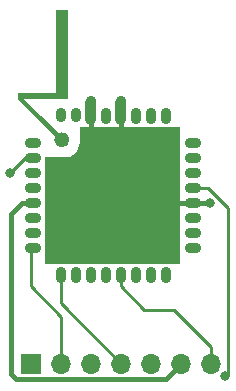
<source format=gbr>
%TF.GenerationSoftware,KiCad,Pcbnew,(5.1.8)-1*%
%TF.CreationDate,2021-01-29T11:55:22+09:00*%
%TF.ProjectId,REF_TWELITE_REVF_ANT,5245465f-5457-4454-9c49-54455f524556,rev?*%
%TF.SameCoordinates,Original*%
%TF.FileFunction,Copper,L1,Top*%
%TF.FilePolarity,Positive*%
%FSLAX46Y46*%
G04 Gerber Fmt 4.6, Leading zero omitted, Abs format (unit mm)*
G04 Created by KiCad (PCBNEW (5.1.8)-1) date 2021-01-29 11:55:22*
%MOMM*%
%LPD*%
G01*
G04 APERTURE LIST*
%TA.AperFunction,NonConductor*%
%ADD10C,0.100000*%
%TD*%
%TA.AperFunction,EtchedComponent*%
%ADD11C,0.100000*%
%TD*%
%TA.AperFunction,EtchedComponent*%
%ADD12C,0.700000*%
%TD*%
%TA.AperFunction,SMDPad,CuDef*%
%ADD13O,0.900000X1.400000*%
%TD*%
%TA.AperFunction,SMDPad,CuDef*%
%ADD14O,1.400000X0.900000*%
%TD*%
%TA.AperFunction,SMDPad,CuDef*%
%ADD15O,0.900000X1.200000*%
%TD*%
%TA.AperFunction,ComponentPad*%
%ADD16R,1.000000X1.000000*%
%TD*%
%TA.AperFunction,SMDPad,CuDef*%
%ADD17C,0.100000*%
%TD*%
%TA.AperFunction,ComponentPad*%
%ADD18C,0.900000*%
%TD*%
%TA.AperFunction,ComponentPad*%
%ADD19O,1.700000X1.700000*%
%TD*%
%TA.AperFunction,ComponentPad*%
%ADD20R,1.700000X1.700000*%
%TD*%
%TA.AperFunction,ViaPad*%
%ADD21C,0.800000*%
%TD*%
%TA.AperFunction,Conductor*%
%ADD22C,0.400000*%
%TD*%
%TA.AperFunction,Conductor*%
%ADD23C,0.250000*%
%TD*%
G04 APERTURE END LIST*
D10*
G36*
X118618000Y-79883000D02*
G01*
X107188000Y-79883000D01*
X107188000Y-70802500D01*
X109274613Y-70802500D01*
X109874613Y-70388608D01*
X110074613Y-69688608D01*
X110074613Y-68326000D01*
X118618000Y-68326000D01*
X118618000Y-79883000D01*
G37*
D11*
%TO.C,U1*%
G36*
X109074603Y-65888605D02*
G01*
X105324590Y-65888605D01*
X108295203Y-68807306D01*
X108498403Y-68997806D01*
X108206303Y-69264506D01*
X108007298Y-69071321D01*
X104828103Y-65886306D01*
X104824590Y-65388605D01*
X108074603Y-65388605D01*
X108074603Y-58388607D01*
X109074603Y-58388607D01*
X109074603Y-65888605D01*
G37*
G36*
X113994604Y-67237598D02*
G01*
X113094604Y-67237598D01*
X113094604Y-66118605D01*
X113994604Y-66118605D01*
X113994604Y-67237598D01*
G37*
G36*
X111454604Y-67237598D02*
G01*
X110554604Y-67237598D01*
X110554604Y-66118605D01*
X111454604Y-66118605D01*
X111454604Y-67237598D01*
G37*
D12*
X108874600Y-69388601D02*
G75*
G03*
X108874600Y-69388601I-300000J0D01*
G01*
%TD*%
D13*
%TO.P,U1,29*%
%TO.N,Net-(U1-Pad29)*%
X112274600Y-67368601D03*
%TO.P,U1,27*%
%TO.N,Net-(U1-Pad27)*%
X114814600Y-67368601D03*
%TO.P,U1,26*%
%TO.N,Net-(U1-Pad26)*%
X116084600Y-67368601D03*
D14*
%TO.P,U1,24*%
%TO.N,Net-(U1-Pad24)*%
X119644600Y-69658601D03*
%TO.P,U1,23*%
%TO.N,Net-(U1-Pad23)*%
X119644600Y-70928601D03*
%TO.P,U1,22*%
%TO.N,Net-(U1-Pad22)*%
X119644600Y-72198601D03*
%TO.P,U1,21*%
%TO.N,/RST*%
X119644600Y-73468601D03*
%TO.P,U1,20*%
%TO.N,/TWE_GND*%
X119644600Y-74738601D03*
%TO.P,U1,19*%
%TO.N,Net-(U1-Pad19)*%
X119644600Y-76008601D03*
%TO.P,U1,18*%
%TO.N,Net-(U1-Pad18)*%
X119644600Y-77278601D03*
D13*
%TO.P,U1,16*%
%TO.N,Net-(U1-Pad16)*%
X117354600Y-80838601D03*
%TO.P,U1,15*%
%TO.N,Net-(U1-Pad15)*%
X116084600Y-80838601D03*
%TO.P,U1,14*%
%TO.N,Net-(U1-Pad14)*%
X114814600Y-80838601D03*
%TO.P,U1,13*%
%TO.N,/SET*%
X113544600Y-80838601D03*
%TO.P,U1,12*%
%TO.N,Net-(U1-Pad12)*%
X112274600Y-80838601D03*
%TO.P,U1,11*%
%TO.N,Net-(U1-Pad11)*%
X111004600Y-80838601D03*
%TO.P,U1,10*%
%TO.N,Net-(U1-Pad10)*%
X109734600Y-80838601D03*
D14*
%TO.P,U1,8*%
%TO.N,/TXD*%
X106174600Y-78548601D03*
%TO.P,U1,7*%
%TO.N,Net-(U1-Pad7)*%
X106174600Y-77278601D03*
%TO.P,U1,6*%
%TO.N,Net-(U1-Pad6)*%
X106174600Y-76008601D03*
%TO.P,U1,5*%
%TO.N,/VCC*%
X106174600Y-74738601D03*
%TO.P,U1,4*%
%TO.N,Net-(U1-Pad4)*%
X106174600Y-73468601D03*
%TO.P,U1,3*%
%TO.N,Net-(U1-Pad3)*%
X106174600Y-72198601D03*
%TO.P,U1,2*%
%TO.N,/PRG*%
X106174600Y-70928601D03*
D15*
%TO.P,U1,31*%
%TO.N,/TWE_GND*%
X109734600Y-67268601D03*
D16*
%TO.P,U1,*%
%TO.N,*%
X108574603Y-58888606D03*
%TA.AperFunction,SMDPad,CuDef*%
D17*
G36*
X111451304Y-67568601D02*
G01*
X111454054Y-67596521D01*
X111454054Y-67640681D01*
X111449725Y-67684630D01*
X111441110Y-67727942D01*
X111428291Y-67770201D01*
X111411391Y-67811001D01*
X111390574Y-67849947D01*
X111366039Y-67886666D01*
X111338024Y-67920803D01*
X111306798Y-67952029D01*
X111272661Y-67980044D01*
X111235942Y-68004579D01*
X111196996Y-68025396D01*
X111156196Y-68042296D01*
X111113937Y-68055115D01*
X111070625Y-68063730D01*
X111026676Y-68068059D01*
X110982516Y-68068059D01*
X110938567Y-68063730D01*
X110895255Y-68055115D01*
X110852996Y-68042296D01*
X110812196Y-68025396D01*
X110773250Y-68004579D01*
X110736531Y-67980044D01*
X110702394Y-67952029D01*
X110671168Y-67920803D01*
X110643153Y-67886666D01*
X110618618Y-67849947D01*
X110597801Y-67811001D01*
X110580901Y-67770201D01*
X110568082Y-67727942D01*
X110559467Y-67684630D01*
X110555138Y-67640681D01*
X110555138Y-67596521D01*
X110557888Y-67568601D01*
X110554596Y-67568601D01*
X110554596Y-67068601D01*
X110557888Y-67068601D01*
X110559467Y-67052572D01*
X110568082Y-67009260D01*
X110580901Y-66967001D01*
X110597801Y-66926201D01*
X110618618Y-66887255D01*
X110643153Y-66850536D01*
X110671168Y-66816399D01*
X110702394Y-66785173D01*
X110736531Y-66757158D01*
X110773250Y-66732623D01*
X110812196Y-66711806D01*
X110852996Y-66694906D01*
X110895255Y-66682087D01*
X110938567Y-66673472D01*
X110982516Y-66669143D01*
X111026676Y-66669143D01*
X111070625Y-66673472D01*
X111113937Y-66682087D01*
X111156196Y-66694906D01*
X111196996Y-66711806D01*
X111235942Y-66732623D01*
X111272661Y-66757158D01*
X111306798Y-66785173D01*
X111338024Y-66816399D01*
X111366039Y-66850536D01*
X111390574Y-66887255D01*
X111411391Y-66926201D01*
X111428291Y-66967001D01*
X111441110Y-67009260D01*
X111449725Y-67052572D01*
X111451304Y-67068601D01*
X111454596Y-67068601D01*
X111454596Y-67568601D01*
X111451304Y-67568601D01*
G37*
%TD.AperFunction*%
D18*
%TO.P,U1,28*%
%TO.N,/TWE_GND*%
X113544603Y-66118606D03*
D15*
%TO.P,U1,32*%
X108464596Y-67268601D03*
D13*
%TO.P,U1,25*%
%TO.N,Net-(U1-Pad25)*%
X117354600Y-67368601D03*
%TA.AperFunction,SMDPad,CuDef*%
D17*
%TO.P,U1,*%
%TO.N,*%
G36*
X113991308Y-67568601D02*
G01*
X113994058Y-67596521D01*
X113994058Y-67640681D01*
X113989729Y-67684630D01*
X113981114Y-67727942D01*
X113968295Y-67770201D01*
X113951395Y-67811001D01*
X113930578Y-67849947D01*
X113906043Y-67886666D01*
X113878028Y-67920803D01*
X113846802Y-67952029D01*
X113812665Y-67980044D01*
X113775946Y-68004579D01*
X113737000Y-68025396D01*
X113696200Y-68042296D01*
X113653941Y-68055115D01*
X113610629Y-68063730D01*
X113566680Y-68068059D01*
X113522520Y-68068059D01*
X113478571Y-68063730D01*
X113435259Y-68055115D01*
X113393000Y-68042296D01*
X113352200Y-68025396D01*
X113313254Y-68004579D01*
X113276535Y-67980044D01*
X113242398Y-67952029D01*
X113211172Y-67920803D01*
X113183157Y-67886666D01*
X113158622Y-67849947D01*
X113137805Y-67811001D01*
X113120905Y-67770201D01*
X113108086Y-67727942D01*
X113099471Y-67684630D01*
X113095142Y-67640681D01*
X113095142Y-67596521D01*
X113097892Y-67568601D01*
X113094600Y-67568601D01*
X113094600Y-67068601D01*
X113097892Y-67068601D01*
X113099471Y-67052572D01*
X113108086Y-67009260D01*
X113120905Y-66967001D01*
X113137805Y-66926201D01*
X113158622Y-66887255D01*
X113183157Y-66850536D01*
X113211172Y-66816399D01*
X113242398Y-66785173D01*
X113276535Y-66757158D01*
X113313254Y-66732623D01*
X113352200Y-66711806D01*
X113393000Y-66694906D01*
X113435259Y-66682087D01*
X113478571Y-66673472D01*
X113522520Y-66669143D01*
X113566680Y-66669143D01*
X113610629Y-66673472D01*
X113653941Y-66682087D01*
X113696200Y-66694906D01*
X113737000Y-66711806D01*
X113775946Y-66732623D01*
X113812665Y-66757158D01*
X113846802Y-66785173D01*
X113878028Y-66816399D01*
X113906043Y-66850536D01*
X113930578Y-66887255D01*
X113951395Y-66926201D01*
X113968295Y-66967001D01*
X113981114Y-67009260D01*
X113989729Y-67052572D01*
X113991308Y-67068601D01*
X113994600Y-67068601D01*
X113994600Y-67568601D01*
X113991308Y-67568601D01*
G37*
%TD.AperFunction*%
D18*
%TO.P,U1,30*%
%TO.N,/TWE_GND*%
X111004603Y-66118606D03*
D14*
%TO.P,U1,1*%
%TO.N,Net-(U1-Pad1)*%
X106174600Y-69658601D03*
D13*
%TO.P,U1,9*%
%TO.N,/RXD*%
X108464600Y-80838601D03*
D14*
%TO.P,U1,17*%
%TO.N,Net-(U1-Pad17)*%
X119644600Y-78548601D03*
%TD*%
D19*
%TO.P,J2,7*%
%TO.N,/SET*%
X121221500Y-88341200D03*
%TO.P,J2,6*%
%TO.N,/VCC*%
X118681500Y-88341200D03*
%TO.P,J2,5*%
%TO.N,/RST*%
X116141500Y-88341200D03*
%TO.P,J2,4*%
%TO.N,/RXD*%
X113601500Y-88341200D03*
%TO.P,J2,3*%
%TO.N,/PRG*%
X111061500Y-88341200D03*
%TO.P,J2,2*%
%TO.N,/TXD*%
X108521500Y-88341200D03*
D20*
%TO.P,J2,1*%
%TO.N,/TWE_GND*%
X105981500Y-88341200D03*
%TD*%
D21*
%TO.N,/RST*%
X122428000Y-89408000D03*
%TO.N,/PRG*%
X104216200Y-72207120D03*
%TO.N,/TWE_GND*%
X121158000Y-74739500D03*
%TD*%
D22*
%TO.N,*%
X111004600Y-67945785D02*
X111004600Y-67118601D01*
X111004600Y-69144900D02*
X110998000Y-69151500D01*
X111004600Y-67118601D02*
X111004600Y-69144900D01*
X111011200Y-69151500D02*
X111004600Y-69144900D01*
X112268000Y-69151500D02*
X111011200Y-69151500D01*
D23*
%TO.N,/SET*%
X121221500Y-88341200D02*
X121221500Y-86931500D01*
X121221500Y-86931500D02*
X118110000Y-83820000D01*
X118110000Y-83820000D02*
X115570000Y-83820000D01*
X113544600Y-81794600D02*
X113544600Y-80588601D01*
X115570000Y-83820000D02*
X113544600Y-81794600D01*
D22*
%TO.N,/VCC*%
X105220399Y-74738601D02*
X105924600Y-74738601D01*
X104267000Y-75692000D02*
X105220399Y-74738601D01*
X104267000Y-89217500D02*
X104267000Y-75692000D01*
X104711500Y-89662000D02*
X104267000Y-89217500D01*
X117360700Y-89662000D02*
X104711500Y-89662000D01*
X118681500Y-88341200D02*
X117360700Y-89662000D01*
D23*
%TO.N,/RST*%
X120966601Y-73468601D02*
X119394600Y-73468601D01*
X122682000Y-75184000D02*
X120966601Y-73468601D01*
X122682000Y-89408000D02*
X122682000Y-75184000D01*
%TO.N,/RXD*%
X108464600Y-83204300D02*
X108464600Y-80588601D01*
X113601500Y-88341200D02*
X108464600Y-83204300D01*
%TO.N,/PRG*%
X105601399Y-70928601D02*
X105924600Y-70928601D01*
X104223820Y-72199500D02*
X104013000Y-72199500D01*
X105494719Y-70928601D02*
X104223820Y-72199500D01*
X105924600Y-70928601D02*
X105494719Y-70928601D01*
%TO.N,/TXD*%
X108521500Y-84391500D02*
X108521500Y-88341200D01*
X105924600Y-81794600D02*
X108521500Y-84391500D01*
X105924600Y-78548601D02*
X105924600Y-81794600D01*
D22*
%TO.N,/TWE_GND*%
X119394600Y-74738601D02*
X119344699Y-74688700D01*
X113544600Y-67118601D02*
X113544600Y-72739000D01*
X113544600Y-69920100D02*
X113544600Y-67118601D01*
X118313200Y-74688700D02*
X113544600Y-69920100D01*
X121157101Y-74738601D02*
X121158000Y-74739500D01*
X119394600Y-74738601D02*
X121157101Y-74738601D01*
X119394600Y-74738601D02*
X117797416Y-74738601D01*
X113544600Y-65919600D02*
X113544600Y-67118601D01*
%TD*%
M02*

</source>
